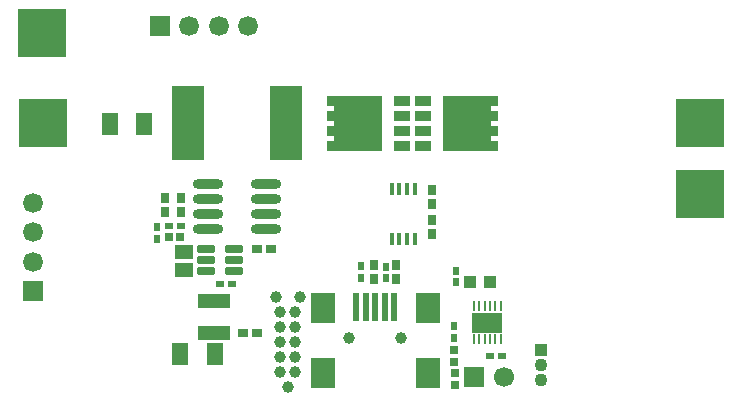
<source format=gbr>
%TF.GenerationSoftware,Altium Limited,Altium NEXUS,2.1.5 (53)*%
G04 Layer_Color=16711935*
%FSLAX44Y44*%
%MOMM*%
%TF.FileFunction,Soldermask,Bot*%
%TF.Part,Single*%
G01*
G75*
%TA.AperFunction,ComponentPad*%
%ADD32C,1.0000*%
%TA.AperFunction,SMDPad,CuDef*%
%ADD42R,0.3556X1.0604*%
%ADD53R,0.2294X0.8080*%
%ADD54R,2.5400X1.6510*%
%ADD71R,0.9000X0.8000*%
%ADD72R,0.7000X0.6000*%
%ADD73R,1.0000X1.1000*%
%ADD74R,0.6000X0.7000*%
%ADD77R,0.8000X0.9000*%
%ADD78R,1.5000X1.2000*%
%TA.AperFunction,ComponentPad*%
%ADD79C,1.1000*%
%ADD80R,1.1000X1.1000*%
%ADD81C,1.6900*%
%ADD82R,1.6900X1.6900*%
%ADD83R,1.6900X1.6900*%
%ADD84R,4.1000X4.1000*%
%ADD85R,4.1000X4.1000*%
%ADD86R,1.7000X1.7000*%
%ADD87C,1.7000*%
%TA.AperFunction,SMDPad,CuDef*%
%ADD91O,2.6016X0.8016*%
%ADD92R,0.7000X0.7000*%
%ADD93R,1.4720X0.8100*%
%ADD94R,1.1000X1.1000*%
%ADD95R,2.8000X6.3000*%
%ADD96R,1.4000X1.9000*%
%ADD97R,2.7000X1.2000*%
%TA.AperFunction,ConnectorPad*%
%ADD98R,0.6000X2.4000*%
%ADD99R,2.1000X2.6000*%
%TA.AperFunction,SMDPad,CuDef*%
%ADD100R,0.7000X0.7000*%
G04:AMPARAMS|DCode=101|XSize=1.55mm|YSize=0.69mm|CornerRadius=0.1238mm|HoleSize=0mm|Usage=FLASHONLY|Rotation=0.000|XOffset=0mm|YOffset=0mm|HoleType=Round|Shape=RoundedRectangle|*
%AMROUNDEDRECTD101*
21,1,1.5500,0.4425,0,0,0.0*
21,1,1.3025,0.6900,0,0,0.0*
1,1,0.2475,0.6513,-0.2213*
1,1,0.2475,-0.6513,-0.2213*
1,1,0.2475,-0.6513,0.2213*
1,1,0.2475,0.6513,0.2213*
%
%ADD101ROUNDEDRECTD101*%
%TA.AperFunction,BGAPad,CuDef*%
%ADD102C,1.0032*%
G36*
X284646Y287550D02*
X290546D01*
Y283950D01*
X284646D01*
Y274850D01*
X290546D01*
Y271250D01*
X284646D01*
Y262150D01*
X290546D01*
Y258550D01*
X284546D01*
Y249450D01*
X331046D01*
Y296650D01*
X284646D01*
Y287550D01*
D02*
G37*
G36*
X429166Y258550D02*
X423266D01*
Y262150D01*
X429166D01*
Y271250D01*
X423266D01*
Y274850D01*
X429166D01*
Y283950D01*
X423266D01*
Y287550D01*
X429266D01*
Y296650D01*
X382766D01*
Y249450D01*
X429166D01*
Y258550D01*
D02*
G37*
D32*
X303530Y91440D02*
D03*
X347530D02*
D03*
X241310Y126492D02*
D03*
X251460Y50292D02*
D03*
X261610Y126492D02*
D03*
D42*
X358750Y217686D02*
D03*
X352247D02*
D03*
X345745D02*
D03*
X339242D02*
D03*
Y174998D02*
D03*
X345745D02*
D03*
X352247D02*
D03*
X358750D02*
D03*
D53*
X409120Y118086D02*
D03*
X413620D02*
D03*
X418120D02*
D03*
X422620D02*
D03*
X427120D02*
D03*
X431620D02*
D03*
X431620Y90194D02*
D03*
X427120D02*
D03*
X422620D02*
D03*
X418120D02*
D03*
X413620D02*
D03*
X409120D02*
D03*
D54*
X420370Y104140D02*
D03*
D71*
X213710Y95758D02*
D03*
X225710D02*
D03*
X225140Y167132D02*
D03*
X237140D02*
D03*
D72*
X150702Y185928D02*
D03*
X160702D02*
D03*
X432990Y76200D02*
D03*
X422990D02*
D03*
X204136Y137160D02*
D03*
X194136D02*
D03*
D73*
X405520Y138430D02*
D03*
X422520D02*
D03*
D74*
X140716Y175594D02*
D03*
Y185594D02*
D03*
X392430Y91520D02*
D03*
Y101520D02*
D03*
X313690Y152066D02*
D03*
Y142066D02*
D03*
X334518Y151812D02*
D03*
Y141812D02*
D03*
X393700Y148510D02*
D03*
Y138510D02*
D03*
D77*
X373634Y205074D02*
D03*
Y217074D02*
D03*
Y191674D02*
D03*
Y179674D02*
D03*
X147320Y209708D02*
D03*
Y197708D02*
D03*
X161036Y209708D02*
D03*
Y197708D02*
D03*
X343408Y141574D02*
D03*
Y153574D02*
D03*
X324104Y141320D02*
D03*
Y153320D02*
D03*
D78*
X163576Y164218D02*
D03*
Y149218D02*
D03*
D79*
X466090Y68834D02*
D03*
Y56134D02*
D03*
D80*
Y81534D02*
D03*
D81*
X218040Y355600D02*
D03*
X193040D02*
D03*
X168040D02*
D03*
X35560Y205810D02*
D03*
Y180810D02*
D03*
Y155810D02*
D03*
D82*
X143040Y355600D02*
D03*
D83*
X35560Y130810D02*
D03*
D84*
X600710Y273050D02*
D03*
Y213360D02*
D03*
D85*
X44450Y273050D02*
D03*
X43180Y349250D02*
D03*
D86*
X408686Y58674D02*
D03*
D87*
X434086D02*
D03*
D91*
X232780Y221996D02*
D03*
Y209296D02*
D03*
Y196596D02*
D03*
Y183896D02*
D03*
X183780D02*
D03*
Y196596D02*
D03*
Y209296D02*
D03*
Y221996D02*
D03*
D92*
X150448Y177038D02*
D03*
X160448D02*
D03*
D93*
X365906Y254000D02*
D03*
Y266700D02*
D03*
Y279400D02*
D03*
Y292100D02*
D03*
X347906D02*
D03*
Y279400D02*
D03*
Y266700D02*
D03*
Y254000D02*
D03*
D94*
X393606Y273050D02*
D03*
X320206D02*
D03*
D95*
X166816D02*
D03*
X249816D02*
D03*
D96*
X129816Y272796D02*
D03*
X100816D02*
D03*
X160506Y77470D02*
D03*
X189506D02*
D03*
D97*
X188976Y122720D02*
D03*
Y95720D02*
D03*
D98*
X309530Y117940D02*
D03*
X317530D02*
D03*
X325530D02*
D03*
X333530D02*
D03*
X341530D02*
D03*
D99*
X281030Y116940D02*
D03*
X370030D02*
D03*
X281030Y61940D02*
D03*
X370030D02*
D03*
D100*
X392684Y61468D02*
D03*
Y51468D02*
D03*
X392430Y81454D02*
D03*
Y71454D02*
D03*
D101*
X205606Y147980D02*
D03*
Y157480D02*
D03*
Y166980D02*
D03*
X182506D02*
D03*
Y157480D02*
D03*
Y147980D02*
D03*
D102*
X257810Y62992D02*
D03*
Y75692D02*
D03*
Y88392D02*
D03*
Y101092D02*
D03*
Y113792D02*
D03*
X245110D02*
D03*
Y101092D02*
D03*
Y88392D02*
D03*
Y75692D02*
D03*
Y62992D02*
D03*
%TF.MD5,96692c2b0553546aa5bbc926df96e10a*%
M02*

</source>
